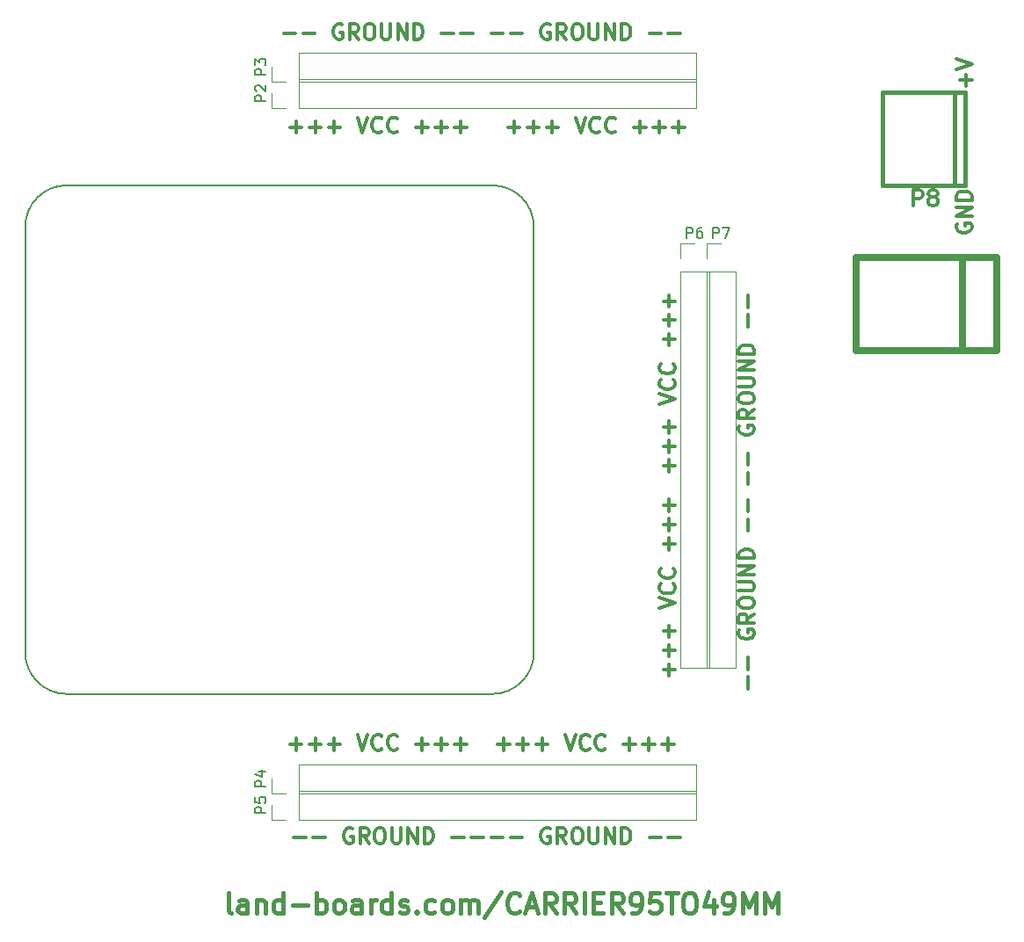
<source format=gbr>
G04 #@! TF.FileFunction,Legend,Top*
%FSLAX46Y46*%
G04 Gerber Fmt 4.6, Leading zero omitted, Abs format (unit mm)*
G04 Created by KiCad (PCBNEW (after 2015-mar-04 BZR unknown)-product) date 6/8/2017 2:28:37 PM*
%MOMM*%
G01*
G04 APERTURE LIST*
%ADD10C,0.150000*%
%ADD11C,0.300000*%
%ADD12C,0.381000*%
%ADD13C,0.120000*%
%ADD14C,0.650000*%
%ADD15C,0.304800*%
G04 APERTURE END LIST*
D10*
D11*
X102755000Y-36702857D02*
X102683571Y-36845714D01*
X102683571Y-37060000D01*
X102755000Y-37274285D01*
X102897857Y-37417143D01*
X103040714Y-37488571D01*
X103326429Y-37560000D01*
X103540714Y-37560000D01*
X103826429Y-37488571D01*
X103969286Y-37417143D01*
X104112143Y-37274285D01*
X104183571Y-37060000D01*
X104183571Y-36917143D01*
X104112143Y-36702857D01*
X104040714Y-36631428D01*
X103540714Y-36631428D01*
X103540714Y-36917143D01*
X104183571Y-35988571D02*
X102683571Y-35988571D01*
X104183571Y-35131428D01*
X102683571Y-35131428D01*
X104183571Y-34417142D02*
X102683571Y-34417142D01*
X102683571Y-34059999D01*
X102755000Y-33845714D01*
X102897857Y-33702856D01*
X103040714Y-33631428D01*
X103326429Y-33559999D01*
X103540714Y-33559999D01*
X103826429Y-33631428D01*
X103969286Y-33702856D01*
X104112143Y-33845714D01*
X104183571Y-34059999D01*
X104183571Y-34417142D01*
X103612143Y-23439285D02*
X103612143Y-22296428D01*
X104183571Y-22867857D02*
X103040714Y-22867857D01*
X102683571Y-21796428D02*
X104183571Y-21296428D01*
X102683571Y-20796428D01*
X75037143Y-80255000D02*
X75037143Y-79112143D01*
X75608571Y-79683572D02*
X74465714Y-79683572D01*
X75037143Y-78397857D02*
X75037143Y-77255000D01*
X75608571Y-77826429D02*
X74465714Y-77826429D01*
X75037143Y-76540714D02*
X75037143Y-75397857D01*
X75608571Y-75969286D02*
X74465714Y-75969286D01*
X74108571Y-73755000D02*
X75608571Y-73255000D01*
X74108571Y-72755000D01*
X75465714Y-71397857D02*
X75537143Y-71469286D01*
X75608571Y-71683572D01*
X75608571Y-71826429D01*
X75537143Y-72040714D01*
X75394286Y-72183572D01*
X75251429Y-72255000D01*
X74965714Y-72326429D01*
X74751429Y-72326429D01*
X74465714Y-72255000D01*
X74322857Y-72183572D01*
X74180000Y-72040714D01*
X74108571Y-71826429D01*
X74108571Y-71683572D01*
X74180000Y-71469286D01*
X74251429Y-71397857D01*
X75465714Y-69897857D02*
X75537143Y-69969286D01*
X75608571Y-70183572D01*
X75608571Y-70326429D01*
X75537143Y-70540714D01*
X75394286Y-70683572D01*
X75251429Y-70755000D01*
X74965714Y-70826429D01*
X74751429Y-70826429D01*
X74465714Y-70755000D01*
X74322857Y-70683572D01*
X74180000Y-70540714D01*
X74108571Y-70326429D01*
X74108571Y-70183572D01*
X74180000Y-69969286D01*
X74251429Y-69897857D01*
X75037143Y-68112143D02*
X75037143Y-66969286D01*
X75608571Y-67540715D02*
X74465714Y-67540715D01*
X75037143Y-66255000D02*
X75037143Y-65112143D01*
X75608571Y-65683572D02*
X74465714Y-65683572D01*
X75037143Y-64397857D02*
X75037143Y-63255000D01*
X75608571Y-63826429D02*
X74465714Y-63826429D01*
X75037143Y-60570000D02*
X75037143Y-59427143D01*
X75608571Y-59998572D02*
X74465714Y-59998572D01*
X75037143Y-58712857D02*
X75037143Y-57570000D01*
X75608571Y-58141429D02*
X74465714Y-58141429D01*
X75037143Y-56855714D02*
X75037143Y-55712857D01*
X75608571Y-56284286D02*
X74465714Y-56284286D01*
X74108571Y-54070000D02*
X75608571Y-53570000D01*
X74108571Y-53070000D01*
X75465714Y-51712857D02*
X75537143Y-51784286D01*
X75608571Y-51998572D01*
X75608571Y-52141429D01*
X75537143Y-52355714D01*
X75394286Y-52498572D01*
X75251429Y-52570000D01*
X74965714Y-52641429D01*
X74751429Y-52641429D01*
X74465714Y-52570000D01*
X74322857Y-52498572D01*
X74180000Y-52355714D01*
X74108571Y-52141429D01*
X74108571Y-51998572D01*
X74180000Y-51784286D01*
X74251429Y-51712857D01*
X75465714Y-50212857D02*
X75537143Y-50284286D01*
X75608571Y-50498572D01*
X75608571Y-50641429D01*
X75537143Y-50855714D01*
X75394286Y-50998572D01*
X75251429Y-51070000D01*
X74965714Y-51141429D01*
X74751429Y-51141429D01*
X74465714Y-51070000D01*
X74322857Y-50998572D01*
X74180000Y-50855714D01*
X74108571Y-50641429D01*
X74108571Y-50498572D01*
X74180000Y-50284286D01*
X74251429Y-50212857D01*
X75037143Y-48427143D02*
X75037143Y-47284286D01*
X75608571Y-47855715D02*
X74465714Y-47855715D01*
X75037143Y-46570000D02*
X75037143Y-45427143D01*
X75608571Y-45998572D02*
X74465714Y-45998572D01*
X75037143Y-44712857D02*
X75037143Y-43570000D01*
X75608571Y-44141429D02*
X74465714Y-44141429D01*
X59500000Y-27377143D02*
X60642857Y-27377143D01*
X60071428Y-27948571D02*
X60071428Y-26805714D01*
X61357143Y-27377143D02*
X62500000Y-27377143D01*
X61928571Y-27948571D02*
X61928571Y-26805714D01*
X63214286Y-27377143D02*
X64357143Y-27377143D01*
X63785714Y-27948571D02*
X63785714Y-26805714D01*
X66000000Y-26448571D02*
X66500000Y-27948571D01*
X67000000Y-26448571D01*
X68357143Y-27805714D02*
X68285714Y-27877143D01*
X68071428Y-27948571D01*
X67928571Y-27948571D01*
X67714286Y-27877143D01*
X67571428Y-27734286D01*
X67500000Y-27591429D01*
X67428571Y-27305714D01*
X67428571Y-27091429D01*
X67500000Y-26805714D01*
X67571428Y-26662857D01*
X67714286Y-26520000D01*
X67928571Y-26448571D01*
X68071428Y-26448571D01*
X68285714Y-26520000D01*
X68357143Y-26591429D01*
X69857143Y-27805714D02*
X69785714Y-27877143D01*
X69571428Y-27948571D01*
X69428571Y-27948571D01*
X69214286Y-27877143D01*
X69071428Y-27734286D01*
X69000000Y-27591429D01*
X68928571Y-27305714D01*
X68928571Y-27091429D01*
X69000000Y-26805714D01*
X69071428Y-26662857D01*
X69214286Y-26520000D01*
X69428571Y-26448571D01*
X69571428Y-26448571D01*
X69785714Y-26520000D01*
X69857143Y-26591429D01*
X71642857Y-27377143D02*
X72785714Y-27377143D01*
X72214285Y-27948571D02*
X72214285Y-26805714D01*
X73500000Y-27377143D02*
X74642857Y-27377143D01*
X74071428Y-27948571D02*
X74071428Y-26805714D01*
X75357143Y-27377143D02*
X76500000Y-27377143D01*
X75928571Y-27948571D02*
X75928571Y-26805714D01*
X38500000Y-27377143D02*
X39642857Y-27377143D01*
X39071428Y-27948571D02*
X39071428Y-26805714D01*
X40357143Y-27377143D02*
X41500000Y-27377143D01*
X40928571Y-27948571D02*
X40928571Y-26805714D01*
X42214286Y-27377143D02*
X43357143Y-27377143D01*
X42785714Y-27948571D02*
X42785714Y-26805714D01*
X45000000Y-26448571D02*
X45500000Y-27948571D01*
X46000000Y-26448571D01*
X47357143Y-27805714D02*
X47285714Y-27877143D01*
X47071428Y-27948571D01*
X46928571Y-27948571D01*
X46714286Y-27877143D01*
X46571428Y-27734286D01*
X46500000Y-27591429D01*
X46428571Y-27305714D01*
X46428571Y-27091429D01*
X46500000Y-26805714D01*
X46571428Y-26662857D01*
X46714286Y-26520000D01*
X46928571Y-26448571D01*
X47071428Y-26448571D01*
X47285714Y-26520000D01*
X47357143Y-26591429D01*
X48857143Y-27805714D02*
X48785714Y-27877143D01*
X48571428Y-27948571D01*
X48428571Y-27948571D01*
X48214286Y-27877143D01*
X48071428Y-27734286D01*
X48000000Y-27591429D01*
X47928571Y-27305714D01*
X47928571Y-27091429D01*
X48000000Y-26805714D01*
X48071428Y-26662857D01*
X48214286Y-26520000D01*
X48428571Y-26448571D01*
X48571428Y-26448571D01*
X48785714Y-26520000D01*
X48857143Y-26591429D01*
X50642857Y-27377143D02*
X51785714Y-27377143D01*
X51214285Y-27948571D02*
X51214285Y-26805714D01*
X52500000Y-27377143D02*
X53642857Y-27377143D01*
X53071428Y-27948571D02*
X53071428Y-26805714D01*
X54357143Y-27377143D02*
X55500000Y-27377143D01*
X54928571Y-27948571D02*
X54928571Y-26805714D01*
X58500000Y-86837143D02*
X59642857Y-86837143D01*
X59071428Y-87408571D02*
X59071428Y-86265714D01*
X60357143Y-86837143D02*
X61500000Y-86837143D01*
X60928571Y-87408571D02*
X60928571Y-86265714D01*
X62214286Y-86837143D02*
X63357143Y-86837143D01*
X62785714Y-87408571D02*
X62785714Y-86265714D01*
X65000000Y-85908571D02*
X65500000Y-87408571D01*
X66000000Y-85908571D01*
X67357143Y-87265714D02*
X67285714Y-87337143D01*
X67071428Y-87408571D01*
X66928571Y-87408571D01*
X66714286Y-87337143D01*
X66571428Y-87194286D01*
X66500000Y-87051429D01*
X66428571Y-86765714D01*
X66428571Y-86551429D01*
X66500000Y-86265714D01*
X66571428Y-86122857D01*
X66714286Y-85980000D01*
X66928571Y-85908571D01*
X67071428Y-85908571D01*
X67285714Y-85980000D01*
X67357143Y-86051429D01*
X68857143Y-87265714D02*
X68785714Y-87337143D01*
X68571428Y-87408571D01*
X68428571Y-87408571D01*
X68214286Y-87337143D01*
X68071428Y-87194286D01*
X68000000Y-87051429D01*
X67928571Y-86765714D01*
X67928571Y-86551429D01*
X68000000Y-86265714D01*
X68071428Y-86122857D01*
X68214286Y-85980000D01*
X68428571Y-85908571D01*
X68571428Y-85908571D01*
X68785714Y-85980000D01*
X68857143Y-86051429D01*
X70642857Y-86837143D02*
X71785714Y-86837143D01*
X71214285Y-87408571D02*
X71214285Y-86265714D01*
X72500000Y-86837143D02*
X73642857Y-86837143D01*
X73071428Y-87408571D02*
X73071428Y-86265714D01*
X74357143Y-86837143D02*
X75500000Y-86837143D01*
X74928571Y-87408571D02*
X74928571Y-86265714D01*
X38500000Y-86837143D02*
X39642857Y-86837143D01*
X39071428Y-87408571D02*
X39071428Y-86265714D01*
X40357143Y-86837143D02*
X41500000Y-86837143D01*
X40928571Y-87408571D02*
X40928571Y-86265714D01*
X42214286Y-86837143D02*
X43357143Y-86837143D01*
X42785714Y-87408571D02*
X42785714Y-86265714D01*
X45000000Y-85908571D02*
X45500000Y-87408571D01*
X46000000Y-85908571D01*
X47357143Y-87265714D02*
X47285714Y-87337143D01*
X47071428Y-87408571D01*
X46928571Y-87408571D01*
X46714286Y-87337143D01*
X46571428Y-87194286D01*
X46500000Y-87051429D01*
X46428571Y-86765714D01*
X46428571Y-86551429D01*
X46500000Y-86265714D01*
X46571428Y-86122857D01*
X46714286Y-85980000D01*
X46928571Y-85908571D01*
X47071428Y-85908571D01*
X47285714Y-85980000D01*
X47357143Y-86051429D01*
X48857143Y-87265714D02*
X48785714Y-87337143D01*
X48571428Y-87408571D01*
X48428571Y-87408571D01*
X48214286Y-87337143D01*
X48071428Y-87194286D01*
X48000000Y-87051429D01*
X47928571Y-86765714D01*
X47928571Y-86551429D01*
X48000000Y-86265714D01*
X48071428Y-86122857D01*
X48214286Y-85980000D01*
X48428571Y-85908571D01*
X48571428Y-85908571D01*
X48785714Y-85980000D01*
X48857143Y-86051429D01*
X50642857Y-86837143D02*
X51785714Y-86837143D01*
X51214285Y-87408571D02*
X51214285Y-86265714D01*
X52500000Y-86837143D02*
X53642857Y-86837143D01*
X53071428Y-87408571D02*
X53071428Y-86265714D01*
X54357143Y-86837143D02*
X55500000Y-86837143D01*
X54928571Y-87408571D02*
X54928571Y-86265714D01*
X82657143Y-61812143D02*
X82657143Y-60669286D01*
X82657143Y-59955000D02*
X82657143Y-58812143D01*
X81800000Y-56169286D02*
X81728571Y-56312143D01*
X81728571Y-56526429D01*
X81800000Y-56740714D01*
X81942857Y-56883572D01*
X82085714Y-56955000D01*
X82371429Y-57026429D01*
X82585714Y-57026429D01*
X82871429Y-56955000D01*
X83014286Y-56883572D01*
X83157143Y-56740714D01*
X83228571Y-56526429D01*
X83228571Y-56383572D01*
X83157143Y-56169286D01*
X83085714Y-56097857D01*
X82585714Y-56097857D01*
X82585714Y-56383572D01*
X83228571Y-54597857D02*
X82514286Y-55097857D01*
X83228571Y-55455000D02*
X81728571Y-55455000D01*
X81728571Y-54883572D01*
X81800000Y-54740714D01*
X81871429Y-54669286D01*
X82014286Y-54597857D01*
X82228571Y-54597857D01*
X82371429Y-54669286D01*
X82442857Y-54740714D01*
X82514286Y-54883572D01*
X82514286Y-55455000D01*
X81728571Y-53669286D02*
X81728571Y-53383572D01*
X81800000Y-53240714D01*
X81942857Y-53097857D01*
X82228571Y-53026429D01*
X82728571Y-53026429D01*
X83014286Y-53097857D01*
X83157143Y-53240714D01*
X83228571Y-53383572D01*
X83228571Y-53669286D01*
X83157143Y-53812143D01*
X83014286Y-53955000D01*
X82728571Y-54026429D01*
X82228571Y-54026429D01*
X81942857Y-53955000D01*
X81800000Y-53812143D01*
X81728571Y-53669286D01*
X81728571Y-52383571D02*
X82942857Y-52383571D01*
X83085714Y-52312143D01*
X83157143Y-52240714D01*
X83228571Y-52097857D01*
X83228571Y-51812143D01*
X83157143Y-51669285D01*
X83085714Y-51597857D01*
X82942857Y-51526428D01*
X81728571Y-51526428D01*
X83228571Y-50812142D02*
X81728571Y-50812142D01*
X83228571Y-49954999D01*
X81728571Y-49954999D01*
X83228571Y-49240713D02*
X81728571Y-49240713D01*
X81728571Y-48883570D01*
X81800000Y-48669285D01*
X81942857Y-48526427D01*
X82085714Y-48454999D01*
X82371429Y-48383570D01*
X82585714Y-48383570D01*
X82871429Y-48454999D01*
X83014286Y-48526427D01*
X83157143Y-48669285D01*
X83228571Y-48883570D01*
X83228571Y-49240713D01*
X82657143Y-46597856D02*
X82657143Y-45454999D01*
X82657143Y-44740713D02*
X82657143Y-43597856D01*
X82657143Y-81497143D02*
X82657143Y-80354286D01*
X82657143Y-79640000D02*
X82657143Y-78497143D01*
X81800000Y-75854286D02*
X81728571Y-75997143D01*
X81728571Y-76211429D01*
X81800000Y-76425714D01*
X81942857Y-76568572D01*
X82085714Y-76640000D01*
X82371429Y-76711429D01*
X82585714Y-76711429D01*
X82871429Y-76640000D01*
X83014286Y-76568572D01*
X83157143Y-76425714D01*
X83228571Y-76211429D01*
X83228571Y-76068572D01*
X83157143Y-75854286D01*
X83085714Y-75782857D01*
X82585714Y-75782857D01*
X82585714Y-76068572D01*
X83228571Y-74282857D02*
X82514286Y-74782857D01*
X83228571Y-75140000D02*
X81728571Y-75140000D01*
X81728571Y-74568572D01*
X81800000Y-74425714D01*
X81871429Y-74354286D01*
X82014286Y-74282857D01*
X82228571Y-74282857D01*
X82371429Y-74354286D01*
X82442857Y-74425714D01*
X82514286Y-74568572D01*
X82514286Y-75140000D01*
X81728571Y-73354286D02*
X81728571Y-73068572D01*
X81800000Y-72925714D01*
X81942857Y-72782857D01*
X82228571Y-72711429D01*
X82728571Y-72711429D01*
X83014286Y-72782857D01*
X83157143Y-72925714D01*
X83228571Y-73068572D01*
X83228571Y-73354286D01*
X83157143Y-73497143D01*
X83014286Y-73640000D01*
X82728571Y-73711429D01*
X82228571Y-73711429D01*
X81942857Y-73640000D01*
X81800000Y-73497143D01*
X81728571Y-73354286D01*
X81728571Y-72068571D02*
X82942857Y-72068571D01*
X83085714Y-71997143D01*
X83157143Y-71925714D01*
X83228571Y-71782857D01*
X83228571Y-71497143D01*
X83157143Y-71354285D01*
X83085714Y-71282857D01*
X82942857Y-71211428D01*
X81728571Y-71211428D01*
X83228571Y-70497142D02*
X81728571Y-70497142D01*
X83228571Y-69639999D01*
X81728571Y-69639999D01*
X83228571Y-68925713D02*
X81728571Y-68925713D01*
X81728571Y-68568570D01*
X81800000Y-68354285D01*
X81942857Y-68211427D01*
X82085714Y-68139999D01*
X82371429Y-68068570D01*
X82585714Y-68068570D01*
X82871429Y-68139999D01*
X83014286Y-68211427D01*
X83157143Y-68354285D01*
X83228571Y-68568570D01*
X83228571Y-68925713D01*
X82657143Y-66282856D02*
X82657143Y-65139999D01*
X82657143Y-64425713D02*
X82657143Y-63282856D01*
X57892857Y-95837143D02*
X59035714Y-95837143D01*
X59750000Y-95837143D02*
X60892857Y-95837143D01*
X63535714Y-94980000D02*
X63392857Y-94908571D01*
X63178571Y-94908571D01*
X62964286Y-94980000D01*
X62821428Y-95122857D01*
X62750000Y-95265714D01*
X62678571Y-95551429D01*
X62678571Y-95765714D01*
X62750000Y-96051429D01*
X62821428Y-96194286D01*
X62964286Y-96337143D01*
X63178571Y-96408571D01*
X63321428Y-96408571D01*
X63535714Y-96337143D01*
X63607143Y-96265714D01*
X63607143Y-95765714D01*
X63321428Y-95765714D01*
X65107143Y-96408571D02*
X64607143Y-95694286D01*
X64250000Y-96408571D02*
X64250000Y-94908571D01*
X64821428Y-94908571D01*
X64964286Y-94980000D01*
X65035714Y-95051429D01*
X65107143Y-95194286D01*
X65107143Y-95408571D01*
X65035714Y-95551429D01*
X64964286Y-95622857D01*
X64821428Y-95694286D01*
X64250000Y-95694286D01*
X66035714Y-94908571D02*
X66321428Y-94908571D01*
X66464286Y-94980000D01*
X66607143Y-95122857D01*
X66678571Y-95408571D01*
X66678571Y-95908571D01*
X66607143Y-96194286D01*
X66464286Y-96337143D01*
X66321428Y-96408571D01*
X66035714Y-96408571D01*
X65892857Y-96337143D01*
X65750000Y-96194286D01*
X65678571Y-95908571D01*
X65678571Y-95408571D01*
X65750000Y-95122857D01*
X65892857Y-94980000D01*
X66035714Y-94908571D01*
X67321429Y-94908571D02*
X67321429Y-96122857D01*
X67392857Y-96265714D01*
X67464286Y-96337143D01*
X67607143Y-96408571D01*
X67892857Y-96408571D01*
X68035715Y-96337143D01*
X68107143Y-96265714D01*
X68178572Y-96122857D01*
X68178572Y-94908571D01*
X68892858Y-96408571D02*
X68892858Y-94908571D01*
X69750001Y-96408571D01*
X69750001Y-94908571D01*
X70464287Y-96408571D02*
X70464287Y-94908571D01*
X70821430Y-94908571D01*
X71035715Y-94980000D01*
X71178573Y-95122857D01*
X71250001Y-95265714D01*
X71321430Y-95551429D01*
X71321430Y-95765714D01*
X71250001Y-96051429D01*
X71178573Y-96194286D01*
X71035715Y-96337143D01*
X70821430Y-96408571D01*
X70464287Y-96408571D01*
X73107144Y-95837143D02*
X74250001Y-95837143D01*
X74964287Y-95837143D02*
X76107144Y-95837143D01*
X38892857Y-95837143D02*
X40035714Y-95837143D01*
X40750000Y-95837143D02*
X41892857Y-95837143D01*
X44535714Y-94980000D02*
X44392857Y-94908571D01*
X44178571Y-94908571D01*
X43964286Y-94980000D01*
X43821428Y-95122857D01*
X43750000Y-95265714D01*
X43678571Y-95551429D01*
X43678571Y-95765714D01*
X43750000Y-96051429D01*
X43821428Y-96194286D01*
X43964286Y-96337143D01*
X44178571Y-96408571D01*
X44321428Y-96408571D01*
X44535714Y-96337143D01*
X44607143Y-96265714D01*
X44607143Y-95765714D01*
X44321428Y-95765714D01*
X46107143Y-96408571D02*
X45607143Y-95694286D01*
X45250000Y-96408571D02*
X45250000Y-94908571D01*
X45821428Y-94908571D01*
X45964286Y-94980000D01*
X46035714Y-95051429D01*
X46107143Y-95194286D01*
X46107143Y-95408571D01*
X46035714Y-95551429D01*
X45964286Y-95622857D01*
X45821428Y-95694286D01*
X45250000Y-95694286D01*
X47035714Y-94908571D02*
X47321428Y-94908571D01*
X47464286Y-94980000D01*
X47607143Y-95122857D01*
X47678571Y-95408571D01*
X47678571Y-95908571D01*
X47607143Y-96194286D01*
X47464286Y-96337143D01*
X47321428Y-96408571D01*
X47035714Y-96408571D01*
X46892857Y-96337143D01*
X46750000Y-96194286D01*
X46678571Y-95908571D01*
X46678571Y-95408571D01*
X46750000Y-95122857D01*
X46892857Y-94980000D01*
X47035714Y-94908571D01*
X48321429Y-94908571D02*
X48321429Y-96122857D01*
X48392857Y-96265714D01*
X48464286Y-96337143D01*
X48607143Y-96408571D01*
X48892857Y-96408571D01*
X49035715Y-96337143D01*
X49107143Y-96265714D01*
X49178572Y-96122857D01*
X49178572Y-94908571D01*
X49892858Y-96408571D02*
X49892858Y-94908571D01*
X50750001Y-96408571D01*
X50750001Y-94908571D01*
X51464287Y-96408571D02*
X51464287Y-94908571D01*
X51821430Y-94908571D01*
X52035715Y-94980000D01*
X52178573Y-95122857D01*
X52250001Y-95265714D01*
X52321430Y-95551429D01*
X52321430Y-95765714D01*
X52250001Y-96051429D01*
X52178573Y-96194286D01*
X52035715Y-96337143D01*
X51821430Y-96408571D01*
X51464287Y-96408571D01*
X54107144Y-95837143D02*
X55250001Y-95837143D01*
X55964287Y-95837143D02*
X57107144Y-95837143D01*
X57892857Y-18377143D02*
X59035714Y-18377143D01*
X59750000Y-18377143D02*
X60892857Y-18377143D01*
X63535714Y-17520000D02*
X63392857Y-17448571D01*
X63178571Y-17448571D01*
X62964286Y-17520000D01*
X62821428Y-17662857D01*
X62750000Y-17805714D01*
X62678571Y-18091429D01*
X62678571Y-18305714D01*
X62750000Y-18591429D01*
X62821428Y-18734286D01*
X62964286Y-18877143D01*
X63178571Y-18948571D01*
X63321428Y-18948571D01*
X63535714Y-18877143D01*
X63607143Y-18805714D01*
X63607143Y-18305714D01*
X63321428Y-18305714D01*
X65107143Y-18948571D02*
X64607143Y-18234286D01*
X64250000Y-18948571D02*
X64250000Y-17448571D01*
X64821428Y-17448571D01*
X64964286Y-17520000D01*
X65035714Y-17591429D01*
X65107143Y-17734286D01*
X65107143Y-17948571D01*
X65035714Y-18091429D01*
X64964286Y-18162857D01*
X64821428Y-18234286D01*
X64250000Y-18234286D01*
X66035714Y-17448571D02*
X66321428Y-17448571D01*
X66464286Y-17520000D01*
X66607143Y-17662857D01*
X66678571Y-17948571D01*
X66678571Y-18448571D01*
X66607143Y-18734286D01*
X66464286Y-18877143D01*
X66321428Y-18948571D01*
X66035714Y-18948571D01*
X65892857Y-18877143D01*
X65750000Y-18734286D01*
X65678571Y-18448571D01*
X65678571Y-17948571D01*
X65750000Y-17662857D01*
X65892857Y-17520000D01*
X66035714Y-17448571D01*
X67321429Y-17448571D02*
X67321429Y-18662857D01*
X67392857Y-18805714D01*
X67464286Y-18877143D01*
X67607143Y-18948571D01*
X67892857Y-18948571D01*
X68035715Y-18877143D01*
X68107143Y-18805714D01*
X68178572Y-18662857D01*
X68178572Y-17448571D01*
X68892858Y-18948571D02*
X68892858Y-17448571D01*
X69750001Y-18948571D01*
X69750001Y-17448571D01*
X70464287Y-18948571D02*
X70464287Y-17448571D01*
X70821430Y-17448571D01*
X71035715Y-17520000D01*
X71178573Y-17662857D01*
X71250001Y-17805714D01*
X71321430Y-18091429D01*
X71321430Y-18305714D01*
X71250001Y-18591429D01*
X71178573Y-18734286D01*
X71035715Y-18877143D01*
X70821430Y-18948571D01*
X70464287Y-18948571D01*
X73107144Y-18377143D02*
X74250001Y-18377143D01*
X74964287Y-18377143D02*
X76107144Y-18377143D01*
X37892857Y-18377143D02*
X39035714Y-18377143D01*
X39750000Y-18377143D02*
X40892857Y-18377143D01*
X43535714Y-17520000D02*
X43392857Y-17448571D01*
X43178571Y-17448571D01*
X42964286Y-17520000D01*
X42821428Y-17662857D01*
X42750000Y-17805714D01*
X42678571Y-18091429D01*
X42678571Y-18305714D01*
X42750000Y-18591429D01*
X42821428Y-18734286D01*
X42964286Y-18877143D01*
X43178571Y-18948571D01*
X43321428Y-18948571D01*
X43535714Y-18877143D01*
X43607143Y-18805714D01*
X43607143Y-18305714D01*
X43321428Y-18305714D01*
X45107143Y-18948571D02*
X44607143Y-18234286D01*
X44250000Y-18948571D02*
X44250000Y-17448571D01*
X44821428Y-17448571D01*
X44964286Y-17520000D01*
X45035714Y-17591429D01*
X45107143Y-17734286D01*
X45107143Y-17948571D01*
X45035714Y-18091429D01*
X44964286Y-18162857D01*
X44821428Y-18234286D01*
X44250000Y-18234286D01*
X46035714Y-17448571D02*
X46321428Y-17448571D01*
X46464286Y-17520000D01*
X46607143Y-17662857D01*
X46678571Y-17948571D01*
X46678571Y-18448571D01*
X46607143Y-18734286D01*
X46464286Y-18877143D01*
X46321428Y-18948571D01*
X46035714Y-18948571D01*
X45892857Y-18877143D01*
X45750000Y-18734286D01*
X45678571Y-18448571D01*
X45678571Y-17948571D01*
X45750000Y-17662857D01*
X45892857Y-17520000D01*
X46035714Y-17448571D01*
X47321429Y-17448571D02*
X47321429Y-18662857D01*
X47392857Y-18805714D01*
X47464286Y-18877143D01*
X47607143Y-18948571D01*
X47892857Y-18948571D01*
X48035715Y-18877143D01*
X48107143Y-18805714D01*
X48178572Y-18662857D01*
X48178572Y-17448571D01*
X48892858Y-18948571D02*
X48892858Y-17448571D01*
X49750001Y-18948571D01*
X49750001Y-17448571D01*
X50464287Y-18948571D02*
X50464287Y-17448571D01*
X50821430Y-17448571D01*
X51035715Y-17520000D01*
X51178573Y-17662857D01*
X51250001Y-17805714D01*
X51321430Y-18091429D01*
X51321430Y-18305714D01*
X51250001Y-18591429D01*
X51178573Y-18734286D01*
X51035715Y-18877143D01*
X50821430Y-18948571D01*
X50464287Y-18948571D01*
X53107144Y-18377143D02*
X54250001Y-18377143D01*
X54964287Y-18377143D02*
X56107144Y-18377143D01*
D12*
X32838573Y-103096786D02*
X32657145Y-103006071D01*
X32566430Y-102824643D01*
X32566430Y-101191786D01*
X34380716Y-103096786D02*
X34380716Y-102098929D01*
X34290002Y-101917500D01*
X34108573Y-101826786D01*
X33745716Y-101826786D01*
X33564287Y-101917500D01*
X34380716Y-103006071D02*
X34199287Y-103096786D01*
X33745716Y-103096786D01*
X33564287Y-103006071D01*
X33473573Y-102824643D01*
X33473573Y-102643214D01*
X33564287Y-102461786D01*
X33745716Y-102371071D01*
X34199287Y-102371071D01*
X34380716Y-102280357D01*
X35287858Y-101826786D02*
X35287858Y-103096786D01*
X35287858Y-102008214D02*
X35378573Y-101917500D01*
X35560001Y-101826786D01*
X35832144Y-101826786D01*
X36013573Y-101917500D01*
X36104287Y-102098929D01*
X36104287Y-103096786D01*
X37827858Y-103096786D02*
X37827858Y-101191786D01*
X37827858Y-103006071D02*
X37646429Y-103096786D01*
X37283572Y-103096786D01*
X37102144Y-103006071D01*
X37011429Y-102915357D01*
X36920715Y-102733929D01*
X36920715Y-102189643D01*
X37011429Y-102008214D01*
X37102144Y-101917500D01*
X37283572Y-101826786D01*
X37646429Y-101826786D01*
X37827858Y-101917500D01*
X38735000Y-102371071D02*
X40186429Y-102371071D01*
X41093571Y-103096786D02*
X41093571Y-101191786D01*
X41093571Y-101917500D02*
X41275000Y-101826786D01*
X41637857Y-101826786D01*
X41819286Y-101917500D01*
X41910000Y-102008214D01*
X42000714Y-102189643D01*
X42000714Y-102733929D01*
X41910000Y-102915357D01*
X41819286Y-103006071D01*
X41637857Y-103096786D01*
X41275000Y-103096786D01*
X41093571Y-103006071D01*
X43089285Y-103096786D02*
X42907857Y-103006071D01*
X42817142Y-102915357D01*
X42726428Y-102733929D01*
X42726428Y-102189643D01*
X42817142Y-102008214D01*
X42907857Y-101917500D01*
X43089285Y-101826786D01*
X43361428Y-101826786D01*
X43542857Y-101917500D01*
X43633571Y-102008214D01*
X43724285Y-102189643D01*
X43724285Y-102733929D01*
X43633571Y-102915357D01*
X43542857Y-103006071D01*
X43361428Y-103096786D01*
X43089285Y-103096786D01*
X45357142Y-103096786D02*
X45357142Y-102098929D01*
X45266428Y-101917500D01*
X45084999Y-101826786D01*
X44722142Y-101826786D01*
X44540713Y-101917500D01*
X45357142Y-103006071D02*
X45175713Y-103096786D01*
X44722142Y-103096786D01*
X44540713Y-103006071D01*
X44449999Y-102824643D01*
X44449999Y-102643214D01*
X44540713Y-102461786D01*
X44722142Y-102371071D01*
X45175713Y-102371071D01*
X45357142Y-102280357D01*
X46264284Y-103096786D02*
X46264284Y-101826786D01*
X46264284Y-102189643D02*
X46354999Y-102008214D01*
X46445713Y-101917500D01*
X46627142Y-101826786D01*
X46808570Y-101826786D01*
X48259999Y-103096786D02*
X48259999Y-101191786D01*
X48259999Y-103006071D02*
X48078570Y-103096786D01*
X47715713Y-103096786D01*
X47534285Y-103006071D01*
X47443570Y-102915357D01*
X47352856Y-102733929D01*
X47352856Y-102189643D01*
X47443570Y-102008214D01*
X47534285Y-101917500D01*
X47715713Y-101826786D01*
X48078570Y-101826786D01*
X48259999Y-101917500D01*
X49076427Y-103006071D02*
X49257856Y-103096786D01*
X49620713Y-103096786D01*
X49802141Y-103006071D01*
X49892856Y-102824643D01*
X49892856Y-102733929D01*
X49802141Y-102552500D01*
X49620713Y-102461786D01*
X49348570Y-102461786D01*
X49167141Y-102371071D01*
X49076427Y-102189643D01*
X49076427Y-102098929D01*
X49167141Y-101917500D01*
X49348570Y-101826786D01*
X49620713Y-101826786D01*
X49802141Y-101917500D01*
X50709284Y-102915357D02*
X50799999Y-103006071D01*
X50709284Y-103096786D01*
X50618570Y-103006071D01*
X50709284Y-102915357D01*
X50709284Y-103096786D01*
X52432856Y-103006071D02*
X52251427Y-103096786D01*
X51888570Y-103096786D01*
X51707142Y-103006071D01*
X51616427Y-102915357D01*
X51525713Y-102733929D01*
X51525713Y-102189643D01*
X51616427Y-102008214D01*
X51707142Y-101917500D01*
X51888570Y-101826786D01*
X52251427Y-101826786D01*
X52432856Y-101917500D01*
X53521427Y-103096786D02*
X53339999Y-103006071D01*
X53249284Y-102915357D01*
X53158570Y-102733929D01*
X53158570Y-102189643D01*
X53249284Y-102008214D01*
X53339999Y-101917500D01*
X53521427Y-101826786D01*
X53793570Y-101826786D01*
X53974999Y-101917500D01*
X54065713Y-102008214D01*
X54156427Y-102189643D01*
X54156427Y-102733929D01*
X54065713Y-102915357D01*
X53974999Y-103006071D01*
X53793570Y-103096786D01*
X53521427Y-103096786D01*
X54972855Y-103096786D02*
X54972855Y-101826786D01*
X54972855Y-102008214D02*
X55063570Y-101917500D01*
X55244998Y-101826786D01*
X55517141Y-101826786D01*
X55698570Y-101917500D01*
X55789284Y-102098929D01*
X55789284Y-103096786D01*
X55789284Y-102098929D02*
X55879998Y-101917500D01*
X56061427Y-101826786D01*
X56333570Y-101826786D01*
X56514998Y-101917500D01*
X56605713Y-102098929D01*
X56605713Y-103096786D01*
X58873570Y-101101071D02*
X57240713Y-103550357D01*
X60597141Y-102915357D02*
X60506427Y-103006071D01*
X60234284Y-103096786D01*
X60052855Y-103096786D01*
X59780712Y-103006071D01*
X59599284Y-102824643D01*
X59508569Y-102643214D01*
X59417855Y-102280357D01*
X59417855Y-102008214D01*
X59508569Y-101645357D01*
X59599284Y-101463929D01*
X59780712Y-101282500D01*
X60052855Y-101191786D01*
X60234284Y-101191786D01*
X60506427Y-101282500D01*
X60597141Y-101373214D01*
X61322855Y-102552500D02*
X62229998Y-102552500D01*
X61141427Y-103096786D02*
X61776427Y-101191786D01*
X62411427Y-103096786D01*
X64134998Y-103096786D02*
X63499998Y-102189643D01*
X63046426Y-103096786D02*
X63046426Y-101191786D01*
X63772141Y-101191786D01*
X63953569Y-101282500D01*
X64044284Y-101373214D01*
X64134998Y-101554643D01*
X64134998Y-101826786D01*
X64044284Y-102008214D01*
X63953569Y-102098929D01*
X63772141Y-102189643D01*
X63046426Y-102189643D01*
X66039998Y-103096786D02*
X65404998Y-102189643D01*
X64951426Y-103096786D02*
X64951426Y-101191786D01*
X65677141Y-101191786D01*
X65858569Y-101282500D01*
X65949284Y-101373214D01*
X66039998Y-101554643D01*
X66039998Y-101826786D01*
X65949284Y-102008214D01*
X65858569Y-102098929D01*
X65677141Y-102189643D01*
X64951426Y-102189643D01*
X66856426Y-103096786D02*
X66856426Y-101191786D01*
X67763569Y-102098929D02*
X68398569Y-102098929D01*
X68670712Y-103096786D02*
X67763569Y-103096786D01*
X67763569Y-101191786D01*
X68670712Y-101191786D01*
X70575712Y-103096786D02*
X69940712Y-102189643D01*
X69487140Y-103096786D02*
X69487140Y-101191786D01*
X70212855Y-101191786D01*
X70394283Y-101282500D01*
X70484998Y-101373214D01*
X70575712Y-101554643D01*
X70575712Y-101826786D01*
X70484998Y-102008214D01*
X70394283Y-102098929D01*
X70212855Y-102189643D01*
X69487140Y-102189643D01*
X71482855Y-103096786D02*
X71845712Y-103096786D01*
X72027140Y-103006071D01*
X72117855Y-102915357D01*
X72299283Y-102643214D01*
X72389998Y-102280357D01*
X72389998Y-101554643D01*
X72299283Y-101373214D01*
X72208569Y-101282500D01*
X72027140Y-101191786D01*
X71664283Y-101191786D01*
X71482855Y-101282500D01*
X71392140Y-101373214D01*
X71301426Y-101554643D01*
X71301426Y-102008214D01*
X71392140Y-102189643D01*
X71482855Y-102280357D01*
X71664283Y-102371071D01*
X72027140Y-102371071D01*
X72208569Y-102280357D01*
X72299283Y-102189643D01*
X72389998Y-102008214D01*
X74113569Y-101191786D02*
X73206426Y-101191786D01*
X73115712Y-102098929D01*
X73206426Y-102008214D01*
X73387855Y-101917500D01*
X73841426Y-101917500D01*
X74022855Y-102008214D01*
X74113569Y-102098929D01*
X74204284Y-102280357D01*
X74204284Y-102733929D01*
X74113569Y-102915357D01*
X74022855Y-103006071D01*
X73841426Y-103096786D01*
X73387855Y-103096786D01*
X73206426Y-103006071D01*
X73115712Y-102915357D01*
X74748570Y-101191786D02*
X75837141Y-101191786D01*
X75292855Y-103096786D02*
X75292855Y-101191786D01*
X76834999Y-101191786D02*
X77197856Y-101191786D01*
X77379284Y-101282500D01*
X77560713Y-101463929D01*
X77651427Y-101826786D01*
X77651427Y-102461786D01*
X77560713Y-102824643D01*
X77379284Y-103006071D01*
X77197856Y-103096786D01*
X76834999Y-103096786D01*
X76653570Y-103006071D01*
X76472141Y-102824643D01*
X76381427Y-102461786D01*
X76381427Y-101826786D01*
X76472141Y-101463929D01*
X76653570Y-101282500D01*
X76834999Y-101191786D01*
X79284284Y-101826786D02*
X79284284Y-103096786D01*
X78830713Y-101101071D02*
X78377141Y-102461786D01*
X79556427Y-102461786D01*
X80372856Y-103096786D02*
X80735713Y-103096786D01*
X80917141Y-103006071D01*
X81007856Y-102915357D01*
X81189284Y-102643214D01*
X81279999Y-102280357D01*
X81279999Y-101554643D01*
X81189284Y-101373214D01*
X81098570Y-101282500D01*
X80917141Y-101191786D01*
X80554284Y-101191786D01*
X80372856Y-101282500D01*
X80282141Y-101373214D01*
X80191427Y-101554643D01*
X80191427Y-102008214D01*
X80282141Y-102189643D01*
X80372856Y-102280357D01*
X80554284Y-102371071D01*
X80917141Y-102371071D01*
X81098570Y-102280357D01*
X81189284Y-102189643D01*
X81279999Y-102008214D01*
X82096427Y-103096786D02*
X82096427Y-101191786D01*
X82731427Y-102552500D01*
X83366427Y-101191786D01*
X83366427Y-103096786D01*
X84273570Y-103096786D02*
X84273570Y-101191786D01*
X84908570Y-102552500D01*
X85543570Y-101191786D01*
X85543570Y-103096786D01*
D10*
X17000000Y-82000000D02*
X58000000Y-82000000D01*
X13000000Y-37000000D02*
X13000000Y-78000000D01*
X58000000Y-33000000D02*
X17000000Y-33000000D01*
X62000000Y-78000000D02*
X62000000Y-37000000D01*
X13000000Y-78000000D02*
G75*
G03X17000000Y-82000000I4000000J0D01*
G01*
X58000000Y-82000000D02*
G75*
G03X62000000Y-78000000I0J4000000D01*
G01*
X62000000Y-37000000D02*
G75*
G03X58000000Y-33000000I-4000000J0D01*
G01*
X17000000Y-33000000D02*
G75*
G03X13000000Y-37000000I0J-4000000D01*
G01*
D13*
X39370000Y-25520000D02*
X77590000Y-25520000D01*
X77590000Y-25520000D02*
X77590000Y-22740000D01*
X77590000Y-22740000D02*
X39370000Y-22740000D01*
X39370000Y-22740000D02*
X39370000Y-25520000D01*
X38100000Y-25520000D02*
X36710000Y-25520000D01*
X36710000Y-25520000D02*
X36710000Y-24130000D01*
X39370000Y-22980000D02*
X77590000Y-22980000D01*
X77590000Y-22980000D02*
X77590000Y-20200000D01*
X77590000Y-20200000D02*
X39370000Y-20200000D01*
X39370000Y-20200000D02*
X39370000Y-22980000D01*
X38100000Y-22980000D02*
X36710000Y-22980000D01*
X36710000Y-22980000D02*
X36710000Y-21590000D01*
X39370000Y-91560000D02*
X77590000Y-91560000D01*
X77590000Y-91560000D02*
X77590000Y-88780000D01*
X77590000Y-88780000D02*
X39370000Y-88780000D01*
X39370000Y-88780000D02*
X39370000Y-91560000D01*
X38100000Y-91560000D02*
X36710000Y-91560000D01*
X36710000Y-91560000D02*
X36710000Y-90170000D01*
X39370000Y-94100000D02*
X77590000Y-94100000D01*
X77590000Y-94100000D02*
X77590000Y-91320000D01*
X77590000Y-91320000D02*
X39370000Y-91320000D01*
X39370000Y-91320000D02*
X39370000Y-94100000D01*
X38100000Y-94100000D02*
X36710000Y-94100000D01*
X36710000Y-94100000D02*
X36710000Y-92710000D01*
X76080000Y-41275000D02*
X76080000Y-79495000D01*
X76080000Y-79495000D02*
X78860000Y-79495000D01*
X78860000Y-79495000D02*
X78860000Y-41275000D01*
X78860000Y-41275000D02*
X76080000Y-41275000D01*
X76080000Y-40005000D02*
X76080000Y-38615000D01*
X76080000Y-38615000D02*
X77470000Y-38615000D01*
X78620000Y-41275000D02*
X78620000Y-79495000D01*
X78620000Y-79495000D02*
X81400000Y-79495000D01*
X81400000Y-79495000D02*
X81400000Y-41275000D01*
X81400000Y-41275000D02*
X78620000Y-41275000D01*
X78620000Y-40005000D02*
X78620000Y-38615000D01*
X78620000Y-38615000D02*
X80010000Y-38615000D01*
D12*
X103560000Y-24035000D02*
X95560000Y-24035000D01*
X103560000Y-33035000D02*
X95560000Y-33035000D01*
X95560000Y-24035000D02*
X95560000Y-33035000D01*
X102560000Y-24035000D02*
X102560000Y-33035000D01*
X103560000Y-24035000D02*
X103560000Y-33035000D01*
D14*
X103260000Y-39950000D02*
X103260000Y-48950000D01*
X106560000Y-48950000D02*
X106560000Y-39950000D01*
X106560000Y-48950000D02*
X93060000Y-48950000D01*
X93060000Y-48950000D02*
X93060000Y-39950000D01*
X106560000Y-39950000D02*
X93060000Y-39950000D01*
D10*
X36162381Y-24868095D02*
X35162381Y-24868095D01*
X35162381Y-24487142D01*
X35210000Y-24391904D01*
X35257619Y-24344285D01*
X35352857Y-24296666D01*
X35495714Y-24296666D01*
X35590952Y-24344285D01*
X35638571Y-24391904D01*
X35686190Y-24487142D01*
X35686190Y-24868095D01*
X35257619Y-23915714D02*
X35210000Y-23868095D01*
X35162381Y-23772857D01*
X35162381Y-23534761D01*
X35210000Y-23439523D01*
X35257619Y-23391904D01*
X35352857Y-23344285D01*
X35448095Y-23344285D01*
X35590952Y-23391904D01*
X36162381Y-23963333D01*
X36162381Y-23344285D01*
X36162381Y-22328095D02*
X35162381Y-22328095D01*
X35162381Y-21947142D01*
X35210000Y-21851904D01*
X35257619Y-21804285D01*
X35352857Y-21756666D01*
X35495714Y-21756666D01*
X35590952Y-21804285D01*
X35638571Y-21851904D01*
X35686190Y-21947142D01*
X35686190Y-22328095D01*
X35162381Y-21423333D02*
X35162381Y-20804285D01*
X35543333Y-21137619D01*
X35543333Y-20994761D01*
X35590952Y-20899523D01*
X35638571Y-20851904D01*
X35733810Y-20804285D01*
X35971905Y-20804285D01*
X36067143Y-20851904D01*
X36114762Y-20899523D01*
X36162381Y-20994761D01*
X36162381Y-21280476D01*
X36114762Y-21375714D01*
X36067143Y-21423333D01*
X36162381Y-90908095D02*
X35162381Y-90908095D01*
X35162381Y-90527142D01*
X35210000Y-90431904D01*
X35257619Y-90384285D01*
X35352857Y-90336666D01*
X35495714Y-90336666D01*
X35590952Y-90384285D01*
X35638571Y-90431904D01*
X35686190Y-90527142D01*
X35686190Y-90908095D01*
X35495714Y-89479523D02*
X36162381Y-89479523D01*
X35114762Y-89717619D02*
X35829048Y-89955714D01*
X35829048Y-89336666D01*
X36162381Y-93448095D02*
X35162381Y-93448095D01*
X35162381Y-93067142D01*
X35210000Y-92971904D01*
X35257619Y-92924285D01*
X35352857Y-92876666D01*
X35495714Y-92876666D01*
X35590952Y-92924285D01*
X35638571Y-92971904D01*
X35686190Y-93067142D01*
X35686190Y-93448095D01*
X35162381Y-91971904D02*
X35162381Y-92448095D01*
X35638571Y-92495714D01*
X35590952Y-92448095D01*
X35543333Y-92352857D01*
X35543333Y-92114761D01*
X35590952Y-92019523D01*
X35638571Y-91971904D01*
X35733810Y-91924285D01*
X35971905Y-91924285D01*
X36067143Y-91971904D01*
X36114762Y-92019523D01*
X36162381Y-92114761D01*
X36162381Y-92352857D01*
X36114762Y-92448095D01*
X36067143Y-92495714D01*
X76731905Y-38067381D02*
X76731905Y-37067381D01*
X77112858Y-37067381D01*
X77208096Y-37115000D01*
X77255715Y-37162619D01*
X77303334Y-37257857D01*
X77303334Y-37400714D01*
X77255715Y-37495952D01*
X77208096Y-37543571D01*
X77112858Y-37591190D01*
X76731905Y-37591190D01*
X78160477Y-37067381D02*
X77970000Y-37067381D01*
X77874762Y-37115000D01*
X77827143Y-37162619D01*
X77731905Y-37305476D01*
X77684286Y-37495952D01*
X77684286Y-37876905D01*
X77731905Y-37972143D01*
X77779524Y-38019762D01*
X77874762Y-38067381D01*
X78065239Y-38067381D01*
X78160477Y-38019762D01*
X78208096Y-37972143D01*
X78255715Y-37876905D01*
X78255715Y-37638810D01*
X78208096Y-37543571D01*
X78160477Y-37495952D01*
X78065239Y-37448333D01*
X77874762Y-37448333D01*
X77779524Y-37495952D01*
X77731905Y-37543571D01*
X77684286Y-37638810D01*
X79271905Y-38067381D02*
X79271905Y-37067381D01*
X79652858Y-37067381D01*
X79748096Y-37115000D01*
X79795715Y-37162619D01*
X79843334Y-37257857D01*
X79843334Y-37400714D01*
X79795715Y-37495952D01*
X79748096Y-37543571D01*
X79652858Y-37591190D01*
X79271905Y-37591190D01*
X80176667Y-37067381D02*
X80843334Y-37067381D01*
X80414762Y-38067381D01*
D15*
X98570143Y-34979429D02*
X98570143Y-33455429D01*
X99150715Y-33455429D01*
X99295857Y-33528000D01*
X99368429Y-33600571D01*
X99441000Y-33745714D01*
X99441000Y-33963429D01*
X99368429Y-34108571D01*
X99295857Y-34181143D01*
X99150715Y-34253714D01*
X98570143Y-34253714D01*
X100311857Y-34108571D02*
X100166715Y-34036000D01*
X100094143Y-33963429D01*
X100021572Y-33818286D01*
X100021572Y-33745714D01*
X100094143Y-33600571D01*
X100166715Y-33528000D01*
X100311857Y-33455429D01*
X100602143Y-33455429D01*
X100747286Y-33528000D01*
X100819857Y-33600571D01*
X100892429Y-33745714D01*
X100892429Y-33818286D01*
X100819857Y-33963429D01*
X100747286Y-34036000D01*
X100602143Y-34108571D01*
X100311857Y-34108571D01*
X100166715Y-34181143D01*
X100094143Y-34253714D01*
X100021572Y-34398857D01*
X100021572Y-34689143D01*
X100094143Y-34834286D01*
X100166715Y-34906857D01*
X100311857Y-34979429D01*
X100602143Y-34979429D01*
X100747286Y-34906857D01*
X100819857Y-34834286D01*
X100892429Y-34689143D01*
X100892429Y-34398857D01*
X100819857Y-34253714D01*
X100747286Y-34181143D01*
X100602143Y-34108571D01*
M02*

</source>
